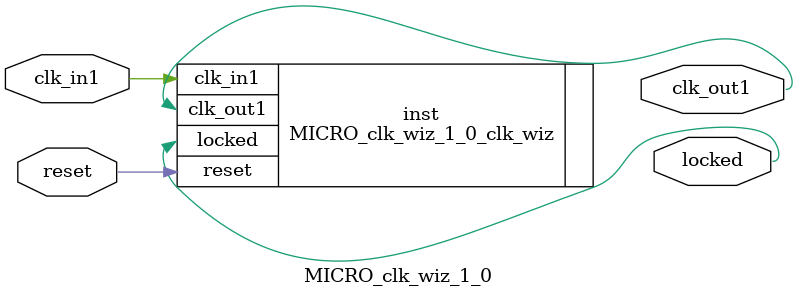
<source format=v>


`timescale 1ps/1ps

(* CORE_GENERATION_INFO = "MICRO_clk_wiz_1_0,clk_wiz_v6_0_3_0_0,{component_name=MICRO_clk_wiz_1_0,use_phase_alignment=true,use_min_o_jitter=false,use_max_i_jitter=false,use_dyn_phase_shift=false,use_inclk_switchover=false,use_dyn_reconfig=false,enable_axi=0,feedback_source=FDBK_AUTO,PRIMITIVE=MMCM,num_out_clk=1,clkin1_period=10.000,clkin2_period=10.000,use_power_down=false,use_reset=true,use_locked=true,use_inclk_stopped=false,feedback_type=SINGLE,CLOCK_MGR_TYPE=NA,manual_override=false}" *)

module MICRO_clk_wiz_1_0 
 (
  // Clock out ports
  output        clk_out1,
  // Status and control signals
  input         reset,
  output        locked,
 // Clock in ports
  input         clk_in1
 );

  MICRO_clk_wiz_1_0_clk_wiz inst
  (
  // Clock out ports  
  .clk_out1(clk_out1),
  // Status and control signals               
  .reset(reset), 
  .locked(locked),
 // Clock in ports
  .clk_in1(clk_in1)
  );

endmodule

</source>
